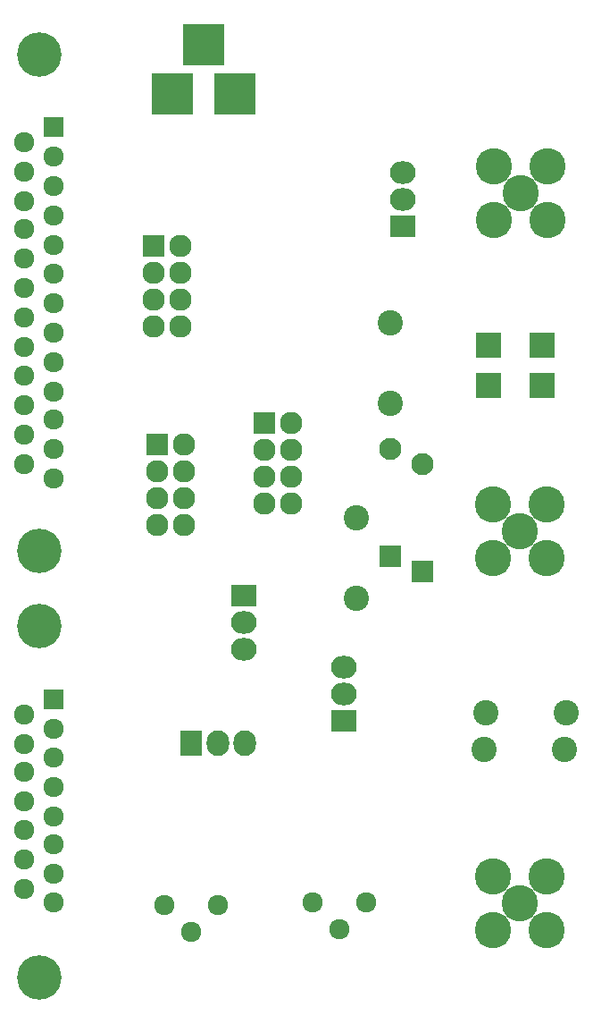
<source format=gbr>
G04 #@! TF.FileFunction,Soldermask,Bot*
%FSLAX46Y46*%
G04 Gerber Fmt 4.6, Leading zero omitted, Abs format (unit mm)*
G04 Created by KiCad (PCBNEW 4.0.1-3.201512221401+6198~38~ubuntu15.10.1-stable) date Sat 12 Nov 2016 04:44:46 AM PST*
%MOMM*%
G01*
G04 APERTURE LIST*
%ADD10C,0.100000*%
%ADD11R,3.900120X3.900120*%
%ADD12C,2.099260*%
%ADD13R,2.099260X2.099260*%
%ADD14C,4.210000*%
%ADD15R,1.924000X1.924000*%
%ADD16C,1.924000*%
%ADD17C,3.448000*%
%ADD18R,2.432000X2.127200*%
%ADD19O,2.432000X2.127200*%
%ADD20R,2.127200X2.432000*%
%ADD21O,2.127200X2.432000*%
%ADD22R,2.127200X2.127200*%
%ADD23O,2.127200X2.127200*%
%ADD24C,2.398980*%
%ADD25R,2.398980X2.398980*%
G04 APERTURE END LIST*
D10*
D11*
X112479860Y-86695000D03*
X118479340Y-86695000D03*
X115479600Y-81996000D03*
D12*
X136250460Y-121755480D03*
D13*
X136250460Y-131915480D03*
D12*
X133165460Y-120315480D03*
D13*
X133165460Y-130475480D03*
D14*
X99873000Y-170306000D03*
X99873000Y-137032000D03*
D15*
X101270000Y-144017000D03*
D16*
X101270000Y-146811000D03*
X101270000Y-149478000D03*
X101270000Y-152272000D03*
X101270000Y-155066000D03*
X101270000Y-157733000D03*
X101270000Y-160527000D03*
X101270000Y-163194000D03*
X98476000Y-145414000D03*
X98476000Y-148208000D03*
X98476000Y-150875000D03*
X98476000Y-153669000D03*
X98476000Y-156336000D03*
X98476000Y-159130000D03*
X98476000Y-161924000D03*
D14*
X99873000Y-129972000D03*
X99873000Y-82982000D03*
D15*
X101270000Y-89840000D03*
D16*
X101270000Y-92634000D03*
X101270000Y-95428000D03*
X101270000Y-98222000D03*
X101270000Y-101016000D03*
X101270000Y-103683000D03*
X101270000Y-106477000D03*
X101270000Y-109271000D03*
X101270000Y-112065000D03*
X101270000Y-114859000D03*
X101270000Y-117526000D03*
X101270000Y-120320000D03*
X101270000Y-123114000D03*
X98476000Y-91237000D03*
X98476000Y-94031000D03*
X98476000Y-96825000D03*
X98476000Y-99492000D03*
X98476000Y-102286000D03*
X98476000Y-105080000D03*
X98476000Y-107874000D03*
X98476000Y-110668000D03*
X98476000Y-113335000D03*
X98476000Y-116129000D03*
X98476000Y-118923000D03*
X98476000Y-121717000D03*
D17*
X145570000Y-96060000D03*
X148110000Y-93520000D03*
X148110000Y-98600000D03*
X143030000Y-98600000D03*
X143030000Y-93520000D03*
X145410000Y-128070000D03*
X147950000Y-125530000D03*
X147950000Y-130610000D03*
X142870000Y-130610000D03*
X142870000Y-125530000D03*
X145455000Y-163290000D03*
X147995000Y-160750000D03*
X147995000Y-165830000D03*
X142915000Y-165830000D03*
X142915000Y-160750000D03*
D18*
X119325000Y-134160000D03*
D19*
X119325000Y-136700000D03*
X119325000Y-139240000D03*
D20*
X114325000Y-148115000D03*
D21*
X116865000Y-148115000D03*
X119405000Y-148115000D03*
D18*
X128810000Y-146020000D03*
D19*
X128810000Y-143480000D03*
X128810000Y-140940000D03*
D18*
X134325000Y-99240000D03*
D19*
X134325000Y-96700000D03*
X134325000Y-94160000D03*
D22*
X111105000Y-119815000D03*
D23*
X113645000Y-119815000D03*
X111105000Y-122355000D03*
X113645000Y-122355000D03*
X111105000Y-124895000D03*
X113645000Y-124895000D03*
X111105000Y-127435000D03*
X113645000Y-127435000D03*
D22*
X110725000Y-101030000D03*
D23*
X113265000Y-101030000D03*
X110725000Y-103570000D03*
X113265000Y-103570000D03*
X110725000Y-106110000D03*
X113265000Y-106110000D03*
X110725000Y-108650000D03*
X113265000Y-108650000D03*
D22*
X121260000Y-117785000D03*
D23*
X123800000Y-117785000D03*
X121260000Y-120325000D03*
X123800000Y-120325000D03*
X121260000Y-122865000D03*
X123800000Y-122865000D03*
X121260000Y-125405000D03*
X123800000Y-125405000D03*
D24*
X129995000Y-126785000D03*
X129995000Y-134405000D03*
X133215000Y-115960000D03*
X133215000Y-108340000D03*
X142250000Y-145255000D03*
X149870000Y-145255000D03*
X142055000Y-148760000D03*
X149675000Y-148760000D03*
D16*
X128365000Y-165710000D03*
X130905000Y-163170000D03*
X125825000Y-163170000D03*
X114305000Y-165975000D03*
X116845000Y-163435000D03*
X111765000Y-163435000D03*
D25*
X147555000Y-110435000D03*
X147555000Y-114245000D03*
X142475000Y-110435000D03*
X142475000Y-114245000D03*
M02*

</source>
